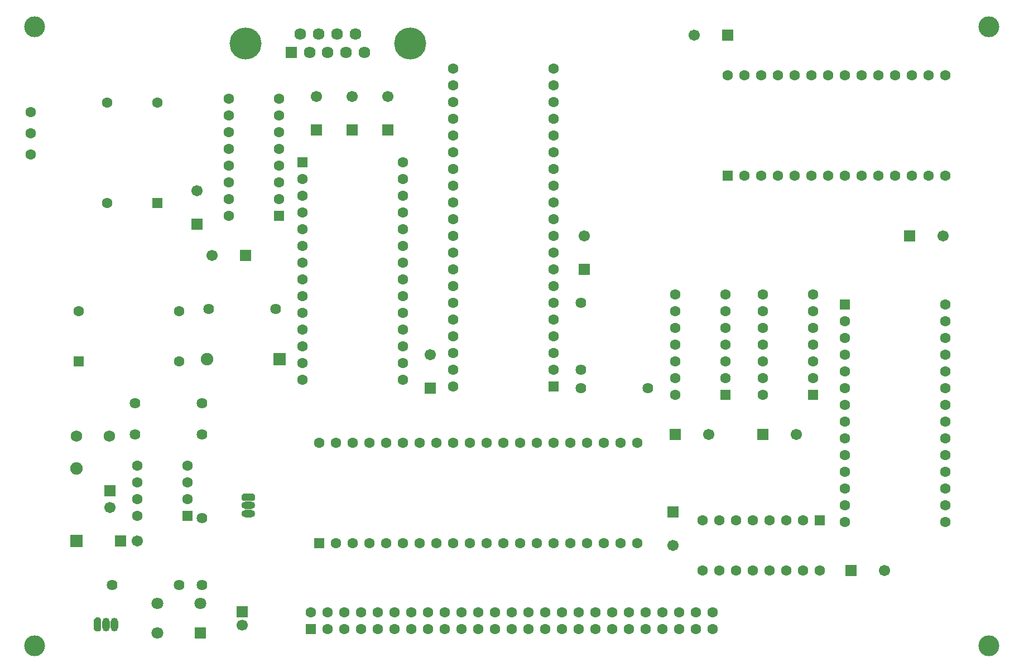
<source format=gbr>
G04 DipTrace 2.4.0.2*
%INBottomMask.gbr*%
%MOIN*%
%ADD21R,0.063X0.063*%
%ADD22R,0.0709X0.0709*%
%ADD23C,0.0709*%
%ADD26C,0.063*%
%ADD33R,0.0669X0.0669*%
%ADD34C,0.0669*%
%ADD39C,0.125*%
%ADD50O,0.0827X0.0434*%
%ADD51O,0.0434X0.0827*%
%ADD52C,0.064*%
%ADD53C,0.064*%
%ADD54C,0.069*%
%ADD55C,0.1914*%
%ADD56C,0.0705*%
%ADD57R,0.0705X0.0705*%
%ADD58C,0.0749*%
%ADD59R,0.0749X0.0749*%
%ADD60C,0.067*%
%FSLAX44Y44*%
G04*
G70*
G90*
G75*
G01*
%LNBotMask*%
%LPD*%
D60*
X6000Y9750D3*
D33*
Y10750D3*
D60*
X39625Y7500D3*
D33*
Y9500D3*
D60*
X7625Y7750D3*
D33*
X6625D3*
D60*
X40875Y38000D3*
D33*
X42875D3*
D60*
X25125Y18875D3*
D33*
Y16875D3*
D60*
X34313Y26000D3*
D33*
Y24000D3*
D60*
X18319Y34316D3*
D33*
Y32316D3*
D60*
X11194Y28691D3*
D33*
Y26691D3*
D60*
X41750Y14125D3*
D33*
X39750D3*
D60*
X55750Y26000D3*
D33*
X53750D3*
D60*
X20444Y34316D3*
D33*
Y32316D3*
D60*
X12069Y24816D3*
D33*
X14069D3*
D60*
X22569Y34316D3*
D33*
Y32316D3*
D60*
X47000Y14125D3*
D33*
X45000D3*
D60*
X52250Y6000D3*
D33*
X50250D3*
D59*
X16125Y18625D3*
D58*
X11775D3*
D59*
X4000Y7750D3*
D58*
Y12100D3*
D21*
X18500Y7625D3*
D26*
X19500D3*
X20500D3*
X21500D3*
X22500D3*
X23500D3*
X24500D3*
X25500D3*
X26500D3*
X27500D3*
X28500D3*
X29500D3*
X30500D3*
X31500D3*
X32500D3*
X33500D3*
X34500D3*
X35500D3*
X36500D3*
X37500D3*
Y13625D3*
X36500D3*
X35500D3*
X34500D3*
X33500D3*
X32500D3*
X31500D3*
X30500D3*
X29500D3*
X28500D3*
X27500D3*
X26500D3*
X25500D3*
X24500D3*
X23500D3*
X22500D3*
X21500D3*
X20500D3*
X19500D3*
X18500D3*
D21*
X17500Y30375D3*
D26*
Y29375D3*
Y28375D3*
Y27375D3*
Y26375D3*
Y25375D3*
Y24375D3*
Y23375D3*
Y22375D3*
Y21375D3*
Y20375D3*
Y19375D3*
Y18375D3*
Y17375D3*
X23484D3*
Y18375D3*
Y19375D3*
Y20375D3*
Y21375D3*
Y22375D3*
Y23375D3*
Y24375D3*
Y25375D3*
Y26375D3*
Y27375D3*
Y28375D3*
Y29375D3*
Y30375D3*
D21*
X42900Y29600D3*
D26*
X43900D3*
X44900D3*
X45900D3*
X46900D3*
X47900D3*
X48900D3*
X49900D3*
X50900D3*
X51900D3*
X52900D3*
X53900D3*
X54900D3*
X55900D3*
Y35600D3*
X54900D3*
X53900D3*
X52900D3*
X51900D3*
X50900D3*
X49900D3*
X48900D3*
X47900D3*
X46900D3*
X45900D3*
X44900D3*
X43900D3*
X42900D3*
D21*
X32500Y17000D3*
D26*
Y18000D3*
Y19000D3*
Y20000D3*
Y21000D3*
Y22000D3*
Y23000D3*
Y24000D3*
Y25000D3*
Y26000D3*
Y27000D3*
Y28000D3*
Y29000D3*
Y30000D3*
Y31000D3*
Y32000D3*
Y33000D3*
Y34000D3*
Y35000D3*
Y36000D3*
X26500D3*
Y35000D3*
Y34000D3*
Y33000D3*
Y32000D3*
Y31000D3*
Y30000D3*
Y29000D3*
Y28000D3*
Y27000D3*
Y26000D3*
Y25000D3*
Y24000D3*
Y23000D3*
Y22000D3*
Y21000D3*
Y20000D3*
Y19000D3*
Y18000D3*
Y17000D3*
D21*
X49870Y21875D3*
D26*
Y20875D3*
Y19875D3*
Y18875D3*
Y17875D3*
Y16875D3*
Y15875D3*
Y14875D3*
Y13875D3*
Y12875D3*
Y11875D3*
Y10875D3*
Y9875D3*
Y8875D3*
X55870D3*
Y9875D3*
Y10875D3*
Y11875D3*
Y12875D3*
Y13875D3*
Y14875D3*
Y15875D3*
Y16875D3*
Y17875D3*
Y18875D3*
Y19875D3*
Y20875D3*
Y21875D3*
D21*
X16069Y27191D3*
D26*
Y28191D3*
Y29191D3*
Y30191D3*
Y31191D3*
Y32191D3*
Y33191D3*
Y34191D3*
X13069D3*
Y33191D3*
Y32191D3*
Y31191D3*
Y30191D3*
Y29191D3*
Y28191D3*
Y27191D3*
D21*
X18000Y2500D3*
D26*
Y3500D3*
X19000Y2500D3*
Y3500D3*
X20000Y2500D3*
Y3500D3*
X21000Y2500D3*
Y3500D3*
X22000Y2500D3*
Y3500D3*
X23000Y2500D3*
Y3500D3*
X24000Y2500D3*
Y3500D3*
X25000Y2500D3*
Y3500D3*
X26000Y2500D3*
Y3500D3*
X27000Y2500D3*
Y3500D3*
X28000Y2500D3*
Y3500D3*
X29000Y2500D3*
Y3500D3*
X30000Y2500D3*
Y3500D3*
X31000Y2500D3*
Y3500D3*
X32000Y2500D3*
Y3500D3*
X33000Y2500D3*
Y3500D3*
X34000Y2500D3*
Y3500D3*
X35000Y2500D3*
Y3500D3*
X36000Y2500D3*
Y3500D3*
X37000Y2500D3*
Y3500D3*
X38000Y2500D3*
Y3500D3*
X39000Y2500D3*
Y3500D3*
X40000Y2500D3*
Y3500D3*
X41000Y2500D3*
Y3500D3*
X42000Y2500D3*
Y3500D3*
D33*
X13870Y3519D3*
D34*
Y2731D3*
D57*
X16819Y36941D3*
D56*
X17909D3*
X19000D3*
X20091D3*
X21181D3*
X17364Y38059D3*
X18455D3*
X19545D3*
X20636D3*
D55*
X14081Y37500D3*
X23919D3*
D54*
X3996Y14005D3*
X5964D3*
D53*
X11875Y21625D3*
D52*
X15875D3*
D53*
X7500Y16000D3*
D52*
X11500D3*
D53*
X38125Y16875D3*
D52*
X34125D3*
D53*
Y18000D3*
D52*
Y22000D3*
D53*
X6125Y5125D3*
D52*
X10125D3*
D53*
X7500Y14125D3*
D52*
X11500D3*
D22*
X11380Y2239D3*
D23*
Y4011D3*
X8820D3*
Y2239D3*
D26*
X1250Y33385D3*
Y32125D3*
Y30865D3*
G36*
X5033Y2451D2*
X5143Y2341D1*
X5357D1*
X5467Y2451D1*
Y3059D1*
X5357Y3169D1*
X5143D1*
X5033Y3059D1*
Y2451D1*
G37*
D51*
X5750Y2755D3*
X6250D3*
D21*
X48375Y9000D3*
D26*
X47375D3*
X46375D3*
X45375D3*
X44375D3*
X43375D3*
X42375D3*
X41375D3*
Y6000D3*
X42375D3*
X43375D3*
X44375D3*
X45375D3*
X46375D3*
X47375D3*
X48375D3*
D21*
X48000Y16500D3*
D26*
Y17500D3*
Y18500D3*
Y19500D3*
Y20500D3*
Y21500D3*
Y22500D3*
X45000D3*
Y21500D3*
Y20500D3*
Y19500D3*
Y18500D3*
Y17500D3*
Y16500D3*
D21*
X42750D3*
D26*
Y17500D3*
Y18500D3*
Y19500D3*
Y20500D3*
Y21500D3*
Y22500D3*
X39750D3*
Y21500D3*
Y20500D3*
Y19500D3*
Y18500D3*
Y17500D3*
Y16500D3*
D21*
X10630Y9255D3*
D26*
Y10255D3*
Y11255D3*
Y12255D3*
X7630D3*
Y11255D3*
Y10255D3*
Y9255D3*
D21*
X8819Y27941D3*
D26*
Y33941D3*
X5819D3*
Y27941D3*
D21*
X4125Y18500D3*
D26*
X10125D3*
Y21500D3*
X4125D3*
G36*
X13946Y10592D2*
X13836Y10482D1*
Y10268D1*
X13946Y10158D1*
X14554D1*
X14664Y10268D1*
Y10482D1*
X14554Y10592D1*
X13946D1*
G37*
D50*
X14250Y9875D3*
Y9375D3*
D53*
X11500Y5130D3*
D52*
Y9130D3*
D39*
X1500Y38500D3*
Y1500D3*
X58500D3*
Y38500D3*
M02*

</source>
